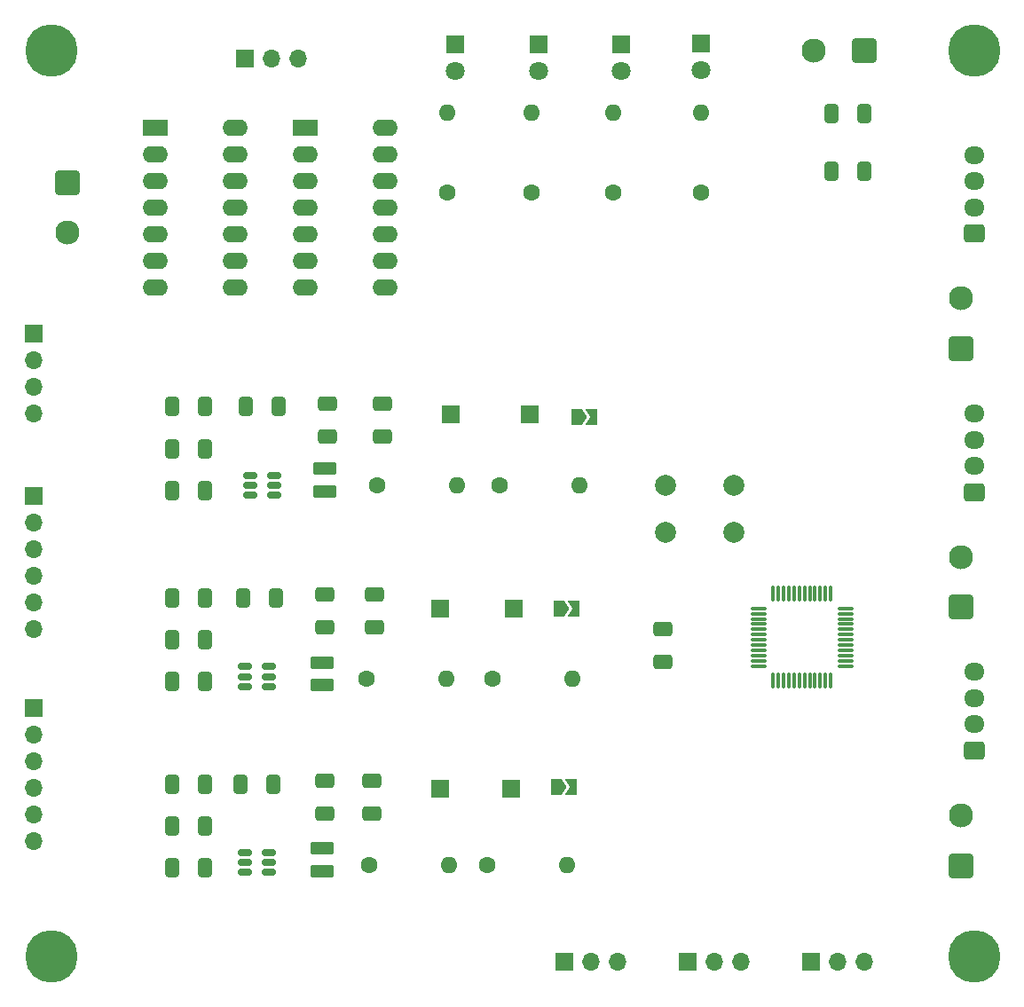
<source format=gbr>
%TF.GenerationSoftware,KiCad,Pcbnew,8.0.0*%
%TF.CreationDate,2024-03-05T12:45:20-06:00*%
%TF.ProjectId,MainBoard,4d61696e-426f-4617-9264-2e6b69636164,rev?*%
%TF.SameCoordinates,Original*%
%TF.FileFunction,Soldermask,Top*%
%TF.FilePolarity,Negative*%
%FSLAX46Y46*%
G04 Gerber Fmt 4.6, Leading zero omitted, Abs format (unit mm)*
G04 Created by KiCad (PCBNEW 8.0.0) date 2024-03-05 12:45:20*
%MOMM*%
%LPD*%
G01*
G04 APERTURE LIST*
G04 Aperture macros list*
%AMRoundRect*
0 Rectangle with rounded corners*
0 $1 Rounding radius*
0 $2 $3 $4 $5 $6 $7 $8 $9 X,Y pos of 4 corners*
0 Add a 4 corners polygon primitive as box body*
4,1,4,$2,$3,$4,$5,$6,$7,$8,$9,$2,$3,0*
0 Add four circle primitives for the rounded corners*
1,1,$1+$1,$2,$3*
1,1,$1+$1,$4,$5*
1,1,$1+$1,$6,$7*
1,1,$1+$1,$8,$9*
0 Add four rect primitives between the rounded corners*
20,1,$1+$1,$2,$3,$4,$5,0*
20,1,$1+$1,$4,$5,$6,$7,0*
20,1,$1+$1,$6,$7,$8,$9,0*
20,1,$1+$1,$8,$9,$2,$3,0*%
%AMFreePoly0*
4,1,6,1.000000,0.000000,0.500000,-0.750000,-0.500000,-0.750000,-0.500000,0.750000,0.500000,0.750000,1.000000,0.000000,1.000000,0.000000,$1*%
%AMFreePoly1*
4,1,6,0.500000,-0.750000,-0.650000,-0.750000,-0.150000,0.000000,-0.650000,0.750000,0.500000,0.750000,0.500000,-0.750000,0.500000,-0.750000,$1*%
G04 Aperture macros list end*
%ADD10RoundRect,0.150000X-0.512500X-0.150000X0.512500X-0.150000X0.512500X0.150000X-0.512500X0.150000X0*%
%ADD11C,5.000000*%
%ADD12C,1.600000*%
%ADD13O,1.600000X1.600000*%
%ADD14RoundRect,0.250000X0.412500X0.650000X-0.412500X0.650000X-0.412500X-0.650000X0.412500X-0.650000X0*%
%ADD15R,1.700000X1.700000*%
%ADD16O,1.700000X1.700000*%
%ADD17RoundRect,0.250001X0.899999X-0.899999X0.899999X0.899999X-0.899999X0.899999X-0.899999X-0.899999X0*%
%ADD18C,2.300000*%
%ADD19RoundRect,0.250000X0.650000X-0.412500X0.650000X0.412500X-0.650000X0.412500X-0.650000X-0.412500X0*%
%ADD20R,1.800000X1.800000*%
%ADD21C,1.800000*%
%ADD22C,2.000000*%
%ADD23FreePoly0,0.000000*%
%ADD24FreePoly1,0.000000*%
%ADD25RoundRect,0.075000X-0.662500X-0.075000X0.662500X-0.075000X0.662500X0.075000X-0.662500X0.075000X0*%
%ADD26RoundRect,0.075000X-0.075000X-0.662500X0.075000X-0.662500X0.075000X0.662500X-0.075000X0.662500X0*%
%ADD27RoundRect,0.250000X0.850000X-0.375000X0.850000X0.375000X-0.850000X0.375000X-0.850000X-0.375000X0*%
%ADD28RoundRect,0.250001X-0.899999X0.899999X-0.899999X-0.899999X0.899999X-0.899999X0.899999X0.899999X0*%
%ADD29RoundRect,0.250000X0.725000X-0.600000X0.725000X0.600000X-0.725000X0.600000X-0.725000X-0.600000X0*%
%ADD30O,1.950000X1.700000*%
%ADD31R,2.400000X1.600000*%
%ADD32O,2.400000X1.600000*%
%ADD33RoundRect,0.250001X0.899999X0.899999X-0.899999X0.899999X-0.899999X-0.899999X0.899999X-0.899999X0*%
%ADD34RoundRect,0.250000X-0.650000X0.412500X-0.650000X-0.412500X0.650000X-0.412500X0.650000X0.412500X0*%
G04 APERTURE END LIST*
D10*
%TO.C,U5*%
X126950000Y-129550000D03*
X126950000Y-130500000D03*
X126950000Y-131450000D03*
X129225000Y-131450000D03*
X129225000Y-130500000D03*
X129225000Y-129550000D03*
%TD*%
D11*
%TO.C,H3*%
X108500000Y-139500000D03*
%TD*%
D12*
%TO.C,R3*%
X170500000Y-66560000D03*
D13*
X170500000Y-58940000D03*
%TD*%
D14*
%TO.C,C11*%
X123150000Y-91000000D03*
X120025000Y-91000000D03*
%TD*%
D15*
%TO.C,TP5*%
X145587500Y-106250000D03*
%TD*%
%TO.C,TP3*%
X146587500Y-87750000D03*
%TD*%
%TO.C,J12*%
X106750000Y-80000000D03*
D16*
X106750000Y-82540000D03*
X106750000Y-85080000D03*
X106750000Y-87620000D03*
%TD*%
D17*
%TO.C,J9*%
X195300000Y-106140000D03*
D18*
X195300000Y-101340000D03*
%TD*%
D14*
%TO.C,C16*%
X123150000Y-105250000D03*
X120025000Y-105250000D03*
%TD*%
D12*
%TO.C,R7*%
X151277500Y-94500000D03*
D13*
X158897500Y-94500000D03*
%TD*%
D19*
%TO.C,C8*%
X134587500Y-125812500D03*
X134587500Y-122687500D03*
%TD*%
D15*
%TO.C,J5*%
X157435000Y-140000000D03*
D16*
X159975000Y-140000000D03*
X162515000Y-140000000D03*
%TD*%
D19*
%TO.C,C9*%
X139087500Y-125812500D03*
X139087500Y-122687500D03*
%TD*%
%TO.C,C21*%
X139337500Y-108062500D03*
X139337500Y-104937500D03*
%TD*%
D15*
%TO.C,TP2*%
X152337500Y-123500000D03*
%TD*%
D20*
%TO.C,D1*%
X147000000Y-52460000D03*
D21*
X147000000Y-55000000D03*
%TD*%
D22*
%TO.C,SW1*%
X167087500Y-94500000D03*
X173587500Y-94500000D03*
X167087500Y-99000000D03*
X173587500Y-99000000D03*
%TD*%
D20*
%TO.C,D4*%
X162833300Y-52460000D03*
D21*
X162833300Y-55000000D03*
%TD*%
D23*
%TO.C,JP3*%
X156887500Y-106250000D03*
D24*
X158337500Y-106250000D03*
%TD*%
D11*
%TO.C,H1*%
X108500000Y-53000000D03*
%TD*%
D10*
%TO.C,U2*%
X126950000Y-111800000D03*
X126950000Y-112750000D03*
X126950000Y-113700000D03*
X129225000Y-113700000D03*
X129225000Y-112750000D03*
X129225000Y-111800000D03*
%TD*%
D14*
%TO.C,C17*%
X123150000Y-109250000D03*
X120025000Y-109250000D03*
%TD*%
D11*
%TO.C,H2*%
X196500000Y-53000000D03*
%TD*%
D14*
%TO.C,C6*%
X123150000Y-131000000D03*
X120025000Y-131000000D03*
%TD*%
D12*
%TO.C,R4*%
X138777500Y-130750000D03*
D13*
X146397500Y-130750000D03*
%TD*%
D12*
%TO.C,R10*%
X162083300Y-66560000D03*
D13*
X162083300Y-58940000D03*
%TD*%
D12*
%TO.C,R8*%
X138527500Y-113000000D03*
D13*
X146147500Y-113000000D03*
%TD*%
D25*
%TO.C,U3*%
X175925000Y-106250000D03*
X175925000Y-106750000D03*
X175925000Y-107250000D03*
X175925000Y-107750000D03*
X175925000Y-108250000D03*
X175925000Y-108750000D03*
X175925000Y-109250000D03*
X175925000Y-109750000D03*
X175925000Y-110250000D03*
X175925000Y-110750000D03*
X175925000Y-111250000D03*
X175925000Y-111750000D03*
D26*
X177337500Y-113162500D03*
X177837500Y-113162500D03*
X178337500Y-113162500D03*
X178837500Y-113162500D03*
X179337500Y-113162500D03*
X179837500Y-113162500D03*
X180337500Y-113162500D03*
X180837500Y-113162500D03*
X181337500Y-113162500D03*
X181837500Y-113162500D03*
X182337500Y-113162500D03*
X182837500Y-113162500D03*
D25*
X184250000Y-111750000D03*
X184250000Y-111250000D03*
X184250000Y-110750000D03*
X184250000Y-110250000D03*
X184250000Y-109750000D03*
X184250000Y-109250000D03*
X184250000Y-108750000D03*
X184250000Y-108250000D03*
X184250000Y-107750000D03*
X184250000Y-107250000D03*
X184250000Y-106750000D03*
X184250000Y-106250000D03*
D26*
X182837500Y-104837500D03*
X182337500Y-104837500D03*
X181837500Y-104837500D03*
X181337500Y-104837500D03*
X180837500Y-104837500D03*
X180337500Y-104837500D03*
X179837500Y-104837500D03*
X179337500Y-104837500D03*
X178837500Y-104837500D03*
X178337500Y-104837500D03*
X177837500Y-104837500D03*
X177337500Y-104837500D03*
%TD*%
D17*
%TO.C,J8*%
X195300000Y-130800000D03*
D18*
X195300000Y-126000000D03*
%TD*%
D12*
%TO.C,R5*%
X150027500Y-130750000D03*
D13*
X157647500Y-130750000D03*
%TD*%
D27*
%TO.C,L3*%
X134337500Y-113575000D03*
X134337500Y-111425000D03*
%TD*%
D10*
%TO.C,U1*%
X127450000Y-93550000D03*
X127450000Y-94500000D03*
X127450000Y-95450000D03*
X129725000Y-95450000D03*
X129725000Y-94500000D03*
X129725000Y-93550000D03*
%TD*%
D12*
%TO.C,R9*%
X150527500Y-113000000D03*
D13*
X158147500Y-113000000D03*
%TD*%
D15*
%TO.C,TP4*%
X154087500Y-87750000D03*
%TD*%
D14*
%TO.C,C18*%
X123150000Y-113250000D03*
X120025000Y-113250000D03*
%TD*%
D27*
%TO.C,L2*%
X134587500Y-95075000D03*
X134587500Y-92925000D03*
%TD*%
D17*
%TO.C,J21*%
X195300000Y-81480000D03*
D18*
X195300000Y-76680000D03*
%TD*%
D27*
%TO.C,L1*%
X134337500Y-131325000D03*
X134337500Y-129175000D03*
%TD*%
D28*
%TO.C,J17*%
X110000000Y-65600000D03*
D18*
X110000000Y-70400000D03*
%TD*%
D14*
%TO.C,C19*%
X129900000Y-105250000D03*
X126775000Y-105250000D03*
%TD*%
%TO.C,C2*%
X123150000Y-127000000D03*
X120025000Y-127000000D03*
%TD*%
%TO.C,C3*%
X186062500Y-59000000D03*
X182937500Y-59000000D03*
%TD*%
D29*
%TO.C,J18*%
X196500000Y-95160000D03*
D30*
X196500000Y-92660000D03*
X196500000Y-90160000D03*
X196500000Y-87660000D03*
%TD*%
D29*
%TO.C,J20*%
X196500000Y-70500000D03*
D30*
X196500000Y-68000000D03*
X196500000Y-65500000D03*
X196500000Y-63000000D03*
%TD*%
D12*
%TO.C,R6*%
X139527500Y-94500000D03*
D13*
X147147500Y-94500000D03*
%TD*%
D15*
%TO.C,J7*%
X180920000Y-140000000D03*
D16*
X183460000Y-140000000D03*
X186000000Y-140000000D03*
%TD*%
D15*
%TO.C,J10*%
X106750000Y-95500000D03*
D16*
X106750000Y-98040000D03*
X106750000Y-100580000D03*
X106750000Y-103120000D03*
X106750000Y-105660000D03*
X106750000Y-108200000D03*
%TD*%
D14*
%TO.C,C13*%
X130150000Y-87000000D03*
X127025000Y-87000000D03*
%TD*%
D15*
%TO.C,J6*%
X169177500Y-140000000D03*
D16*
X171717500Y-140000000D03*
X174257500Y-140000000D03*
%TD*%
D15*
%TO.C,TP6*%
X152587500Y-106250000D03*
%TD*%
D23*
%TO.C,JP2*%
X158587500Y-88000000D03*
D24*
X160037500Y-88000000D03*
%TD*%
D31*
%TO.C,U4*%
X118425000Y-60375000D03*
D32*
X118425000Y-62915000D03*
X118425000Y-65455000D03*
X118425000Y-67995000D03*
X118425000Y-70535000D03*
X118425000Y-73075000D03*
X118425000Y-75615000D03*
X126045000Y-75615000D03*
X126045000Y-73075000D03*
X126045000Y-70535000D03*
X126045000Y-67995000D03*
X126045000Y-65455000D03*
X126045000Y-62915000D03*
X126045000Y-60375000D03*
%TD*%
D20*
%TO.C,D3*%
X170500000Y-52375000D03*
D21*
X170500000Y-54915000D03*
%TD*%
D33*
%TO.C,J4*%
X186000000Y-53000000D03*
D18*
X181200000Y-53000000D03*
%TD*%
D15*
%TO.C,J11*%
X106750000Y-115750000D03*
D16*
X106750000Y-118290000D03*
X106750000Y-120830000D03*
X106750000Y-123370000D03*
X106750000Y-125910000D03*
X106750000Y-128450000D03*
%TD*%
D31*
%TO.C,U6*%
X132675000Y-60375000D03*
D32*
X132675000Y-62915000D03*
X132675000Y-65455000D03*
X132675000Y-67995000D03*
X132675000Y-70535000D03*
X132675000Y-73075000D03*
X132675000Y-75615000D03*
X140295000Y-75615000D03*
X140295000Y-73075000D03*
X140295000Y-70535000D03*
X140295000Y-67995000D03*
X140295000Y-65455000D03*
X140295000Y-62915000D03*
X140295000Y-60375000D03*
%TD*%
D12*
%TO.C,R1*%
X146250000Y-66560000D03*
D13*
X146250000Y-58940000D03*
%TD*%
D19*
%TO.C,C20*%
X134587500Y-108062500D03*
X134587500Y-104937500D03*
%TD*%
D14*
%TO.C,C12*%
X123150000Y-95000000D03*
X120025000Y-95000000D03*
%TD*%
%TO.C,C7*%
X129650000Y-123000000D03*
X126525000Y-123000000D03*
%TD*%
D11*
%TO.C,H4*%
X196500000Y-139500000D03*
%TD*%
D20*
%TO.C,D2*%
X155000000Y-52460000D03*
D21*
X155000000Y-55000000D03*
%TD*%
D14*
%TO.C,C10*%
X123150000Y-87000000D03*
X120025000Y-87000000D03*
%TD*%
%TO.C,C4*%
X186062500Y-64500000D03*
X182937500Y-64500000D03*
%TD*%
D19*
%TO.C,C15*%
X140087500Y-89812500D03*
X140087500Y-86687500D03*
%TD*%
D15*
%TO.C,TP1*%
X145587500Y-123500000D03*
%TD*%
%TO.C,J14*%
X126920000Y-53750000D03*
D16*
X129460000Y-53750000D03*
X132000000Y-53750000D03*
%TD*%
D14*
%TO.C,C1*%
X123150000Y-123000000D03*
X120025000Y-123000000D03*
%TD*%
D29*
%TO.C,J19*%
X196500000Y-119820000D03*
D30*
X196500000Y-117320000D03*
X196500000Y-114820000D03*
X196500000Y-112320000D03*
%TD*%
D34*
%TO.C,C5*%
X166837500Y-108187500D03*
X166837500Y-111312500D03*
%TD*%
D12*
%TO.C,R2*%
X154250000Y-66560000D03*
D13*
X154250000Y-58940000D03*
%TD*%
D23*
%TO.C,JP1*%
X156637500Y-123250000D03*
D24*
X158087500Y-123250000D03*
%TD*%
D19*
%TO.C,C14*%
X134837500Y-89812500D03*
X134837500Y-86687500D03*
%TD*%
M02*

</source>
